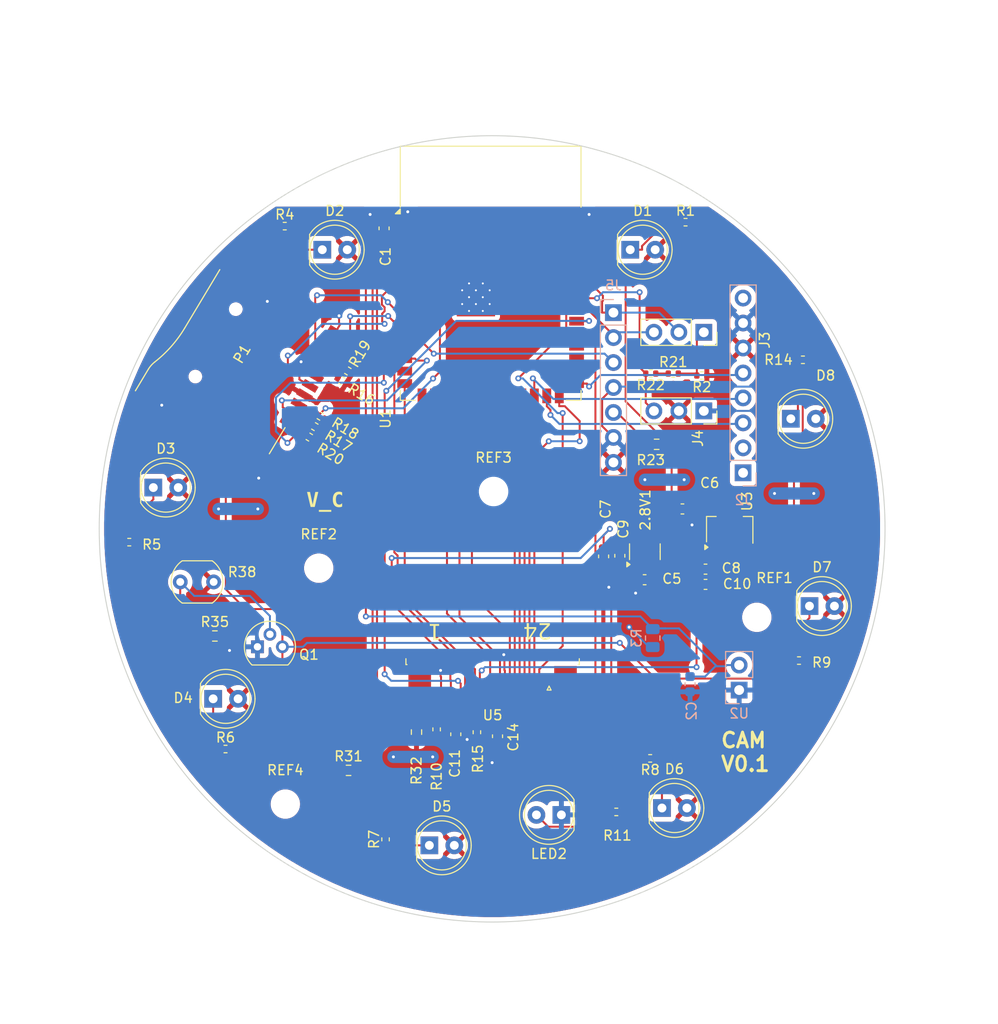
<source format=kicad_pcb>
(kicad_pcb (version 20241229) (generator "pcbnew") (generator_version "9.0")
  (layers (0 "F.Cu" signal) (2 "B.Cu" signal) (13 "F.Paste" user) (15 "B.Paste" user) (5 "F.SilkS" user "F.Silkscreen") (7 "B.SilkS" user "B.Silkscreen") (1 "F.Mask" user) (3 "B.Mask" user) (25 "Edge.Cuts" user))
  (net 0 "")
  (net 1 "GND")
  (net 2 "Net-(U3-VI)")
  (net 3 "CSI_1.2V")
  (net 4 "CSI_2.8V")
  (net 5 "+3V3")
  (net 6 "ESP_RST")
  (net 7 "CAM_RST")
  (net 8 "Net-(D1-K)")
  (net 9 "Net-(D2-K)")
  (net 10 "Net-(D3-K)")
  (net 11 "Net-(D4-K)")
  (net 12 "Net-(D5-K)")
  (net 13 "Net-(D6-K)")
  (net 14 "Net-(D7-K)")
  (net 15 "Net-(D8-K)")
  (net 16 "unconnected-(P1-CD-Pad9)")
  (net 17 "HS2_CLK")
  (net 18 "HS2_DATA2")
  (net 19 "HS2_DATA1")
  (net 20 "HS2_DATA3")
  (net 21 "HS2_DATA0")
  (net 22 "HS2_CMD")
  (net 23 "U0TXD")
  (net 24 "IO47")
  (net 25 "IO0")
  (net 26 "IO48")
  (net 27 "U0RXD")
  (net 29 "Net-(LED2-A)")
  (net 30 "Net-(J3-Pin_1)")
  (net 31 "Net-(J5-Pin_5)")
  (net 32 "MIC_SD")
  (net 33 "Net-(R21-Pad1)")
  (net 34 "MIC_WS")
  (net 35 "MIC_SCK")
  (net 36 "Net-(Q1-C)")
  (net 37 "Net-(Q1-B)")
  (net 38 "IO1")
  (net 39 "Net-(U5-PWDN)")
  (net 40 "CAM_SCK")
  (net 41 "CAM_SDA")
  (net 42 "IO37")
  (net 43 "TXD")
  (net 44 "SPK_DAT")
  (net 45 "IO46")
  (net 46 "CAM_MCLK")
  (net 47 "IO3")
  (net 48 "CAM_D2")
  (net 49 "CAM_PCLK")
  (net 50 "CAM_HREF")
  (net 51 "RXD")
  (net 52 "CAM_D5")
  (net 53 "CAM_D3")
  (net 54 "IO36")
  (net 55 "CAM_VSYNC")
  (net 56 "CAM_D6")
  (net 57 "IO35")
  (net 58 "CAM_D7")
  (net 59 "CAM_D9")
  (net 60 "CAM_D8")
  (net 61 "CAM_D4")
  (footprint "Capacitor_SMD:C_0603_1608Metric" (layer "F.Cu") (at 161 103 90)
    (property "Reference" "C7")
    (property "Value" "10uF")
  )
  (footprint "Connector_FFC-FPC:TE_2-1734839-4_1x24-1MP_P0.5mm_Horizontal" (layer "F.Cu") (at 149.7 116.05 180)
    (property "Reference" "U5")
    (property "Value" "TE_2-1734839-4_1x24-1MP_P0.5mm_Horizontal")
  )
  (footprint "LED_THT:LED_D5.0mm_IRGrey" (layer "F.Cu") (at 115.16 96)
    (property "Reference" "D3")
    (property "Value" "LED")
  )
  (footprint "Capacitor_SMD:C_0603_1608Metric" (layer "F.Cu") (at 169.025 98.175 180)
    (property "Reference" "C6")
    (property "Value" "10uF")
  )
  (footprint "Package_TO_SOT_SMD:SOT-89-3" (layer "F.Cu") (at 173.8375 100.3 90)
    (property "Reference" "U3")
    (property "Value" "AMS1117-1.5")
  )
  (footprint "LED_THT:LED_D5.0mm_IRGrey" (layer "F.Cu") (at 132.36 71.8)
    (property "Reference" "D2")
    (property "Value" "LED")
  )
  (footprint "LED_THT:LED_D5.0mm_IRGrey" (layer "F.Cu") (at 121.25 117.49)
    (property "Reference" "D4")
    (property "Value" "LED")
  )
  (footprint "Resistor_SMD:R_0603_1608Metric" (layer "F.Cu") (at 121.425 111.1)
    (property "Reference" "R35")
    (property "Value" "20k")
  )
  (footprint "Capacitor_SMD:C_0603_1608Metric" (layer "F.Cu") (at 165.175 105.375)
    (property "Reference" "C5")
    (property "Value" "10uF")
  )
  (footprint "Resistor_SMD:R_0402_1005Metric" (layer "F.Cu") (at 128.54 69.4)
    (property "Reference" "R4")
    (property "Value" "100")
  )
  (footprint "Resistor_SMD:R_0603_1608Metric" (layer "F.Cu") (at 166.4 91.6)
    (property "Reference" "R23")
    (property "Value" "633k")
  )
  (footprint "MountingHole:MountingHole_2.5mm" (layer "F.Cu") (at 132 104.2)
    (property "Reference" "REF2")
    (property "Value" "MountingHole_2.5mm")
  )
  (footprint "Capacitor_SMD:C_0603_1608Metric" (layer "F.Cu") (at 171.375 104.3)
    (property "Reference" "C8")
    (property "Value" "10uF")
  )
  (footprint "MountingHole:MountingHole_2.5mm" (layer "F.Cu") (at 176.6 109.2)
    (property "Reference" "REF1")
    (property "Value" "MountingHole_2.5mm")
  )
  (footprint "Package_TO_SOT_THT:TO-92" (layer "F.Cu") (at 125.76 112.2)
    (property "Reference" "Q1")
    (property "Value" "2N2219")
  )
  (footprint "Package_TO_SOT_SMD:SOT-23-3" (layer "F.Cu") (at 165.2 102.525 90)
    (property "Reference" "2.8V1")
    (property "Value" "XC6206P282MR")
  )
  (footprint "OptoDevice:R_LDR_5.1x4.3mm_P3.4mm_Vertical" (layer "F.Cu") (at 121.3 105.6 180)
    (property "Reference" "R38")
    (property "Value" "LDR03")
  )
  (footprint "Resistor_SMD:R_0603_1608Metric" (layer "F.Cu") (at 135.035 124.77)
    (property "Reference" "R31")
    (property "Value" "2k")
  )
  (footprint "LED_THT:LED_D5.0mm_IRGrey" (layer "F.Cu") (at 143.26 132.4)
    (property "Reference" "D5")
    (property "Value" "LED")
  )
  (footprint "Resistor_SMD:R_0402_1005Metric" (layer "F.Cu") (at 134.9628 84.1373 149)
    (property "Reference" "R19")
    (property "Value" "47K")
  )
  (footprint "Resistor_SMD:R_0402_1005Metric" (layer "F.Cu") (at 165.74 123.55 180)
    (property "Reference" "R8")
    (property "Value" "100")
  )
  (footprint "LED_THT:LED_D5.0mm" (layer "F.Cu") (at 156.7 129.3 180)
    (property "Reference" "LED2")
    (property "Value" "OSY50402C1C")
  )
  (footprint "Resistor_SMD:R_0402_1005Metric" (layer "F.Cu") (at 122.51 122.6)
    (property "Reference" "R6")
    (property "Value" "100")
  )
  (footprint "Resistor_SMD:R_0402_1005Metric" (layer "F.Cu") (at 112.71 101.55)
    (property "Reference" "R5")
    (property "Value" "100")
  )
  (footprint "Resistor_SMD:R_0402_1005Metric" (layer "F.Cu") (at 138.8 131.79 90)
    (property "Reference" "R7")
    (property "Value" "100")
  )
  (footprint "LED_THT:LED_D5.0mm_IRGrey" (layer "F.Cu") (at 166.94 128.6)
    (property "Reference" "D6")
    (property "Value" "LED")
  )
  (footprint "Resistor_SMD:R_0402_1005Metric" (layer "F.Cu") (at 165.8 84.4 180)
    (property "Reference" "R22")
    (property "Value" "100k")
  )
  (footprint "LED_THT:LED_D5.0mm_IRGrey" (layer "F.Cu") (at 181.9577 108.056)
    (property "Reference" "D7")
    (property "Value" "LED")
  )
  (footprint "LED_THT:LED_D5.0mm_IRGrey" (layer "F.Cu") (at 163.71 71.8)
    (property "Reference" "D1")
    (property "Value" "LED")
  )
  (footprint "Resistor_SMD:R_0603_1608Metric" (layer "F.Cu") (at 141.95 120.875 -90)
    (property "Reference" "R32")
    (property "Value" "2k")
  )
  (footprint "Resistor_SMD:R_0402_1005Metric" (layer "F.Cu") (at 148.1 120.89 -90)
    (property "Reference" "R15")
    (property "Value" "1K")
  )
  (footprint "Connector_PinSocket_2.54mm:PinSocket_1x03_P2.54mm_Vertical" (layer "F.Cu") (at 171.2 88.2 -90)
    (property "Reference" "J4")
    (property "Value" "Conn_01x03")
  )
  (footprint "Capacitor_SMD:C_0603_1608Metric" (layer "F.Cu") (at 150.2 121.3 -90)
    (property "Reference" "C14")
    (property "Value" "100pF")
  )
  (footprint "LED_THT:LED_D5.0mm_IRGrey" (layer "F.Cu") (at 180.06 89)
    (property "Reference" "D8")
    (property "Value" "LED")
  )
  (footprint "Capacitor_SMD:C_0603_1608Metric" (layer "F.Cu") (at 162.65 102.9375 90)
    (property "Reference" "C9")
    (property "Value" "100pF")
  )
  (footprint "Resistor_SMD:R_0402_1005Metric" (layer "F.Cu") (at 131.6 89.8 149)
    (property "Reference" "R17")
    (property "Value" "47K")
  )
  (footprint "Resistor_SMD:R_0402_1005Metric" (layer "F.Cu") (at 169.34 69)
    (property "Reference" "R1")
    (property "Value" "100")
  )
  (footprint "Capacitor_SMD:C_0603_1608Metric" (layer "F.Cu") (at 145.95 121.1 90)
    (property "Reference" "C11")
    (property "Value" "100pF")
  )
  (footprint "Connector_PinSocket_2.54mm:PinSocket_1x03_P2.54mm_Vertical" (layer "F.Cu") (at 171.2 80.2 -90)
    (property "Reference" "J3")
    (property "Value" "Conn_01x03")
  )
  (footprint "MountingHole:MountingHole_2.5mm" (layer "F.Cu") (at 149.8 96.4)
    (property "Reference" "REF3")
    (property "Value" "MountingHole_2.5mm")
  )
  (footprint "Resistor_SMD:R_0402_1005Metric" (layer "F.Cu") (at 168.09 84.4)
    (property "Reference" "R21")
    (property "Value" "0")
  )
  (footprint "Resistor_SMD:R_0402_1005Metric" (layer "F.Cu") (at 132.1628 88.7373 149)
    (property "Reference" "R18")
    (property "Value" "47K")
  )
  (footprint "Capacitor_SMD:C_0603_1608Metric" (layer "F.Cu") (at 171.375 105.85)
    (property "Reference" "C10")
    (property "Value" "100pF")
  )
  (footprint "Capacitor_SMD:C_0603_1608Metric" (layer "F.Cu") (at 138.65 69.625 -90)
    (property "Reference" "C1")
    (property "Value" "100pF")
  )
  (footprint "Resistor_SMD:R_0402_1005Metric" (layer "F.Cu") (at 181.29 83)
    (property "Reference" "R14")
    (property "Value" "100")
  )
  (footprint "Resistor_SMD:R_0402_1005Metric" (layer "F.Cu") (at 134.3628 85.1373 149)
    (property "Reference" "R16")
    (property "Value" "47K")
  )
  (footprint "ST-TF-003A:SUNTECH_ST-TF-003A" (layer "F.Cu") (at 126.0935 83.6664 -121)
    (property "Reference" "P1")
    (property "Value" "ST-TF-003A")
  )
  (footprint "MountingHole:MountingHole_2.5mm" (layer "F.Cu") (at 128.6 128.2)
    (property "Reference" "REF4")
    (property "Value" "MountingHole_2.5mm")
  )
  (footprint "Resistor_SMD:R_0402_1005Metric" (layer "F.Cu") (at 180.89 113.6 180)
    (property "Reference" "R9")
    (property "Value" "100")
  )
  (footprint "Resistor_SMD:R_0402_1005Metric" (layer "F.Cu") (at 131.0372 90.8627 149)
    (property "Reference" "R20")
    (property "Value" "NC")
  )
  (footprint "Resistor_SMD:R_0402_1005Metric" (layer "F.Cu") (at 144 120.6 90)
    (property "Reference" "R10")
    (property "Value" "4.7K")
  )
  (footprint "RF_Module:ESP32-S3-WROOM-1" (layer "F.Cu") (at 149.5 74.17)
    (property "Reference" "U1")
    (property "Value" "ESP32-S3-WROOM-1")
  )
  (footprint "Resistor_SMD:R_0402_1005Metric" (layer "F.Cu") (at 171 84.6 180)
    (property "Reference" "R2")
    (property "Value" "0")
  )
  (footprint "Resistor_SMD:R_0402_1005Metric" (layer "F.Cu") (at 162.29 129)
    (property "Reference" "R11")
    (property "Value" "200")
  )
  (footprint "Connector_PinSocket_2.54mm:PinSocket_1x07_P2.54mm_Vertical" (layer "B.Cu") (at 162 78.2 180)
    (property "Reference" "J5")
    (property "Value" "Conn_01x07")
  )
  (footprint "Resistor_SMD:R_0805_2012Metric" (layer "B.Cu") (at 166 111.3125 -90)
    (property "Reference" "R3")
    (property "Value" "10K")
  )
  (footprint "Connector_PinSocket_2.54mm:PinSocket_1x08_P2.54mm_Vertical" (layer "B.Cu") (at 175.2 94.5)
    (property "Reference" "J2")
    (property "Value" "Header2.54mm 1*8P")
  )
  (footprint "Connector_PinHeader_2.54mm:PinHeader_1x02_P2.54mm_Vertical" (layer "B.Cu") (at 174.8 116.6)
    (property "Reference" "U2")
    (property "Value" "Key")
  )
  (footprint "Capacitor_SMD:C_0603_1608Metric" (layer "B.Cu") (at 169.8 116 90)
    (property "Reference" "C2")
    (property "Value" "SMD CAP 0.1uF")
  )
  (gr_circle (center 149.65 100.2) (end 189.65 100.2) (stroke (width 0.1)) (fill no) (layer "Edge.Cuts"))
  (gr_text "CAM\nV0.1" (at 172.8 125 0) (layer "F.SilkS") (effects (font (size 1.5 1.5) (thickness 0.3) (bold yes)) (justify left bottom)))
  (gr_text "V_C" (at 130.749264 98.228831 0) (layer "F.SilkS") (effects (font (size 1.5 1.5) (thickness 0.3) (bold yes)) (justify left bottom)))
  (segment (start 150.902 114.568) (end 150.902 113.066) (width 0.2) (layer "F.Cu") (net 1))
  (segment (start 150.2 123.437) (end 150.2 122.075) (width 0.2) (layer "F.Cu") (net 1))
  (segment (start 134.194 79.3683) (end 134.068 79.2419) (width 0.2) (layer "F.Cu") (net 1))
  (segment (start 150.902 113.066) (end 150.836 113) (width 0.2) (layer "F.Cu") (net 1))
  (segment (start 164.258 105.517) (end 164.4 105.375) (width 0.2) (layer "F.Cu") (net 1))
  (segment (start 115.892 88.1765) (end 116.017 88.0515) (width 0.2) (layer "F.Cu") (net 1))
  (segment (start 170.712 102.25) (end 170.425 102.538) (width 0.2) (layer "F.Cu") (net 1))
  (segment (start 162.6505 103.712) (end 162.65 103.7125) (width 0.2) (layer "F.Cu") (net 1))
  (segment (start 134.068 79.2419) (end 134.068 78.5195) (width 0.2) (layer "F.Cu") (net 1))
  (segment (start 141.802 68.2508) (end 141.491 67.94) (width 0.2) (layer "F.Cu") (net 1))
  (segment (start 160.849 89.749) (end 160.849 86.971) (width 0.2) (layer "F.Cu") (net 1))
  (segment (start 147.873 121.627) (end 147.103 121.627) (width 0.2) (layer "F.Cu") (net 1))
  (segment (start 131.682 84.7144) (end 130.2 83.2324) (width 0.2) (layer "F.Cu") (net 1))
  (segment (start 140.75 68.91) (end 141.802 68.91) (width 0.2) (layer "F.Cu") (net 1))
  (segment (start 160.849 86.971) (end 162 85.82) (width 0.2) (layer "F.Cu") (net 1))
  (segment (start 164.25 103.662) (end 164.25 103.6625) (width 0.2) (layer "F.Cu") (net 1))
  (segment (start 141.491 67.94) (end 141.062 67.94) (width 0.2) (layer "F.Cu") (net 1))
  (segment (start 164.25 103.712) (end 163.05 103.712) (width 0.2) (layer "F.Cu") (net 1))
  (segment (start 159.302 68.91) (end 158.25 68.91) (width 0.2) (layer "F.Cu") (net 1))
  (segment (start 144.45 115.2495) (end 144.45 117.4) (width 0.2) (layer "F.Cu") (net 1))
  (segment (start 150.902 114.568) (end 150.95 114.616) (width 0.2) (layer "F.Cu") (net 1))
  (segment (start 125.594 94.746) (end 125.886 95.0377) (width 0.2) (layer "F.Cu") (net 1))
  (segment (start 126.764 76.4658) (end 126.764 77.0579) (width 0.2) (layer "F.Cu") (net 1))
  (segment (start 162 90.9) (end 160.849 89.749) (width 0.2) (layer "F.Cu") (net 1))
  (segment (start 117.308 89.027) (end 115.892 88.1765) (width 0.2) (layer "F.Cu") (net 1))
  (segment (start 170.6 104.3) (end 170.425 104.125) (width 0.2) (layer "F.Cu") (net 1))
  (segment (start 161 105.608) (end 161 103.775) (width 0.2) (layer "F.Cu") (net 1))
  (segment (start 122.915 112.571) (end 122.25 111.906) (width 0.2) (layer "F.Cu") (net 1))
  (segment (start 144.402 115.2015) (end 144.402 114.602) (width 0.2) (layer "F.Cu") (net 1))
  (segment (start 130.2 83.2324) (end 130.2 83.2) (width 0.2) (layer "F.Cu") (net 1))
  (segment (start 164.4 103.862) (end 164.4 105.375) (width 0.2) (layer "F.Cu") (net 1))
  (segment (start 170.425 104.125) (end 170.425 102.538) (width 0.2) (layer "F.Cu") (net 1))
  (segment (start 126.81 76.42) (end 126.764 76.4658) (width 0.2) (layer "F.Cu") (net 1))
  (segment (start 141.802 68.91) (end 141.802 68.2508) (width 0.2) (layer "F.Cu") (net 1))
  (segment (start 163.05 103.712) (end 162.65 103.712) (width 0.2) (layer "F.Cu") (net 1))
  (segment (start 170.425 102.538) (end 170.425 100.225) (width 0.2) (layer "F.Cu") (net 1))
  (segment (start 164.25 103.6625) (end 164.25 103.712) (width 0.2) (layer "F.Cu") (net 1))
  (segment (start 172.3375 102.25) (end 170.712 102.25) (width 0.2) (layer "F.Cu") (net 1))
  (segment (start 125.99 75.5695) (end 125.394 75.5695) (width 0.2) (layer "F.Cu") (net 1))
  (segment (start 144.402 114.602) (end 144.4 114.6) (width 0.2) (layer "F.Cu") (net 1))
  (segment (start 148 77.33) (end 148 76.63) (width 0.2) (layer "F.Cu") (net 1))
  (segment (start 161.532 106.14) (end 161 105.608) (width 0.2) (layer "F.Cu") (net 1))
  (segment (start 126.049 75.6288) (end 125.99 75.5695) (width 0.2) (layer "F.Cu") (net 1))
  (segment (start 164.258 106.738) (end 164.258 105.517) (width 0.2) (layer "F.Cu") (net 1))
  (segment (start 126 93.1999) (end 125.252 94.4442) (width 0.2) (layer "F.Cu") (net 1))
  (segment (start 170.425 100.225) (end 170 99.8) (width 0.2) (layer "F.Cu") (net 1))
  (segment (start 138.014 68.2145) (end 138.65 68.85) (width 0.2) (layer "F.Cu") (net 1))
  (segment (start 126.049 76.1215) (end 126.049 75.6288) (width 0.2) (layer "F.Cu") (net 1))
  (segment (start 163.05 103.712) (end 162.6505 103.712) (width 0.2) (layer "F.Cu") (net 1))
  (segment (start 148.1 121.4) (end 147.873 121.627) (width 0.2) (layer "F.Cu") (net 1))
  (segment (start 150.95 114.616) (end 150.95 117.4) (width 0.2) (layer "F.Cu") (net 1))
  (segment (start 159.523 68.2145) (end 159.302 68.4361) (width 0.2) (layer "F.Cu") (net 1))
  (segment (start 172.338 102.25) (end 172.3375 102.25) (width 0.2) (layer "F.Cu") (net 1))
  (segment (start 125.252 94.4442) (end 125.554 94.746) (width 0.2) (layer "F.Cu") (net 1))
  (segment (start 146.198 121.627) (end 145.95 121.875) (width 0.2) (layer "F.Cu") (net 1))
  (segment (start 147.103 121.627) (end 146.198 121.627) (width 0.2) (layer "F.Cu") (net 1))
  (segment (start 116.017 88.0515) (end 116.017 87.6166) (width 0.2) (layer "F.Cu") (net 1))
  (segment (start 137.228 68.2145) (end 138.014 68.2145) (width 0.2) (layer "F.Cu") (net 1))
  (segment (start 133.537 80.4624) (end 134.194 79.3683) (width 0.2) (layer "F.Cu") (net 1))
  (segment (start 159.302 68.4361) (end 159.302 68.91) (width 0.2) (layer "F.Cu") (net 1))
  (segment (start 144.402 115.2015) (end 144.45 115.2495) (width 0.2) (layer "F.Cu") (net 1))
  (segment (start 125.394 75.5695) (end 126.81 76.42) (width 0.2) (layer "F.Cu") (net 1))
  (segment (start 122.25 111.906) (end 122.25 111.1) (width 0.2) (layer "F.Cu") (net 1))
  (segment (start 149.65 123.987) (end 150.2 123.437) (width 0.2) (layer "F.Cu") (net 1))
  (segment (start 125.554 94.746) (end 125.594 94.746) (width 0.2) (layer "F.Cu") (net 1))
  (segment (start 170.6 105.85) (end 170.6 104.3) (width 0.2) (layer "F.Cu") (net 1))
  (segment (start 164.25 103.712) (end 164.4 103.862) (width 0.2) (layer "F.Cu") (net 1))
  (via (at 134.068 78.5195) (size 0.6) (drill 0.3) (layers "F.Cu" "B.Cu") (net 1))
  (via (at 122.915 112.571) (size 0.6) (drill 0.3) (layers "F.Cu" "B.Cu") (net 1))
  (via (at 164.258 106.738) (size 0.6) (drill 0.3) (layers "F.Cu" "B.Cu") (net 1))
  (via (at 149.65 123.987) (size 0.6) (drill 0.3) (layers "F.Cu" "B.Cu") (net 1))
  (via (at 147.103 121.627) (size 0.6) (drill 0.3) (layers "F.Cu" "B.Cu") (net 1))
  (via (at 161.532 106.14) (size 0.6) (drill 0.3) (layers "F.Cu" "B.Cu") (net 1))
  (via (at 126.764 77.0579) (size 0.6) (drill 0.3) (layers "F.Cu" "B.Cu") (net 1))
  (via (at 137.228 68.2145) (size 0.6) (drill 0.3) (layers "F.Cu" "B.Cu") (net 1))
  (via (at 125.886 95.0377) (size 0.6) (drill 0.3) (layers "F.Cu" "B.Cu") (net 1))
  (via (at 170 99.8) (size 0.6) (drill 0.3) (layers "F.Cu" "B.Cu") (net 1))
  (via (at 116.017 87.6166) (size 0.6) (drill 0.3) (layers "F.Cu" "B.Cu") (net 1))
  (via (at 130.2 83.2) (size 0.6) (drill 0.3) (layers "F.Cu" "B.Cu") (net 1))
  (via (at 141.062 67.94) (size 0.6) (drill 0.3) (layers "F.Cu" "B.Cu") (net 1))
  (via (at 150.836 113) (size 0.6) (drill 0.3) (layers "F.Cu" "B.Cu") (net 1))
  (via (at 144.4 114.6) (size 0.6) (drill 0.3) (layers "F.Cu" "B.Cu") (net 1))
  (via (at 159.523 68.2145) (size 0.6) (drill 0.3) (layers "F.Cu" "B.Cu") (net 1))
  (segment (start 171.2 88.2) (end 177.4 88.2) (width 0.2) (layer "B.Cu") (net 1))
  (segment (start 125.76 112.2) (end 123.286 112.2) (width 0.2) (layer "B.Cu") (net 1))
  (segment (start 176.529 85.729) (end 176.6 85.8) (width 0.2) (layer "B.Cu") (net 1))
  (segment (start 123.286 112.2) (end 122.915 112.571) (width 0.2) (layer "B.Cu") (net 1))
  (segment (start 177.4 88.2) (end 177.6 88) (width 0.2) (layer "B.Cu") (net 1))
  (segment (start 162.091 85.729) (end 176.529 85.729) (width 0.2) (layer "B.Cu") (net 1))
  (segment (start 162 85.82) (end 162.091 85.729) (width 0.2) (layer "B.Cu") (net 1))
  (segment (start 175.338 98.5007) (end 174.831 97.994) (width 0.2) (layer "F.Cu") (net 2))
  (segment (start 175.338 100.375) (end 175.338 101.3125) (width 0.2) (layer "F.Cu") (net 2))
  (segment (start 175.3375 101.313) (end 175.3375 102.25) (width 0.2) (layer "F.Cu") (net 2))
  (segment (start 175.338 101.3125) (end 175.3375 101.313) (width 0.2) (layer "F.Cu") (net 2))
  (segment (start 175.338 101.3125) (end 175.338 100.375) (width 0.2) (layer "F.Cu") (net 2))
  (segment (start 169.981 97.994) (end 169.8 98.175) (width 0.2) (layer "F.Cu") (net 2))
  (segment (start 174.831 97.994) (end 169.981 97.994) (width 0.2) (layer "F.Cu") (net 2))
  (segment (start 175.338 100.375) (end 175.338 98.5007) (width 0.2) (layer "F.Cu") (net 2))
  (segment (start 173.8375 102.1625) (end 172.15 103.85) (width 0.2) (layer "F.Cu") (net 3))
  (segment (start 170.46 114.271) (end 170.46 107.54) (width 0.2) (layer "F.Cu") (net 3))
  (segment (start 172.15 105.85) (end 172.15 104.3) (width 0.2) (layer "F.Cu") (net 3))
  (segment (start 173.838 102.162) (end 173.8375 102.1625) (width 0.2) (layer "F.Cu") (net 3))
  (segment (start 148.45 116.123) (end 148.4 116.073) (width 0.2) (layer "F.Cu") (net 3))
  (segment (start 148.4 114.796) (end 148.592 114.604) (width 0.2) (layer "F.Cu") (net 3))
  (segment (start 170.46 107.54) (end 172.15 105.85) (width 0.2) (layer "F.Cu") (net 3))
  (segment (start 148.45 117.4) (end 148.45 116.123) (width 0.2) (layer "F.Cu") (net 3))
  (segment (start 148.4 116.073) (end 148.4 114.796) (width 0.2) (layer "F.Cu") (net 3))
  (segment (start 172.15 103.85) (end 172.15 104.3) (width 0.2) (layer "F.Cu") (net 3))
  (via (at 148.592 114.604) (size 0.6) (drill 0.3) (layers "F.Cu" "B.Cu") (net 3))
  (via (at 170.46 114.271) (size 0.6) (drill 0.3) (layers "F.Cu" "B.Cu") (net 3))
  (segment (start 148.592 114.604) (end 148.925 114.271) (width 0.2) (layer "B.Cu") (net 3))
  (segment (start 148.925 114.271) (end 170.46 114.271) (width 0.2) (layer "B.Cu") (net 3))
  (segment (start 145.4 115.546) (end 145.4 113.741) (width 0.2) (layer "F.Cu") (net 4))
  (segment (start 145.45 117.4) (end 145.45 115.596) (width 0.2) (layer "F.Cu") (net 4))
  (segment (start 164.3125 101.388) (end 163.425 101.388) (width 0.2) (layer "F.Cu") (net 4))
  (segment (start 145.45 115.596) (end 145.4 115.546) (width 0.2) (layer "F.Cu") (net 4))
  (segment (start 161.642 100.199) (end 161 100.841) (width 0.2) (layer "F.Cu") (net 4))
  (segment (start 165.2 101.388) (end 164.3125 101.388) (width 0.2) (layer "F.Cu") (net 4))
  (segment (start 165.1995 101.388) (end 165.2 101.3875) (width 0.2) (layer "F.Cu") (net 4))
  (segment (start 139.426 107.767) (end 139.426 103.17) (width 0.2) (layer "F.Cu") (net 4))
  (segment (start 163.425 101.388) (end 162.65 102.162) (width 0.2) (layer "F.Cu") (net 4))
  (segment (start 162.588 102.225) (end 161 102.225) (width 0.2) (layer "F.Cu") (net 4))
  (segment (start 161 100.841) (end 161 102.225) (width 0.2) (layer "F.Cu") (net 4))
  (segment (start 162.65 102.1625) (end 162.65 102.162) (width 0.2) (layer "F.Cu") (net 4))
  (segment (start 164.3125 101.388) (end 165.1995 101.388) (width 0.2) (layer "F.Cu") (net 4))
  (segment (start 162.65 102.162) (end 162.588 102.225) (width 0.2) (layer "F.Cu") (net 4))
  (segment (start 145.4 113.741) (end 139.426 107.767) (width 0.2) (layer "F.Cu") (net 4))
  (via (at 139.426 103.17) (size 0.6) (drill 0.3) (layers "F.Cu" "B.Cu") (net 4))
  (via (at 161.642 100.199) (size 0.6) (drill 0.3) (layers "F.Cu" "B.Cu") (net 4))
  (segment (start 158.671 103.17) (end 161.642 100.199) (width 0.2) (layer "B.Cu") (net 4))
  (segment (start 139.426 103.17) (end 158.671 103.17) (width 0.2) (layer "B.Cu") (net 4))
  (segment (start 131.132 87.1831) (end 133.017 87.1831) (width 0.2) (layer "F.Cu") (net 5))
  (segment (start 129.954 86.1212) (end 130.026 86.0489) (width 0.2) (layer "F.Cu") (net 5))
  (segment (start 168.25 98.175) (end 168.25 97.75) (width 0.2) (layer "F.Cu") (net 5))
  (segment (start 148.9 118.302) (end 149.798 119.2) (width 0.2) (layer "F.Cu") (net 5))
  (segment (start 141.95 121.7) (end 140.7 121.7) (width 0.2) (layer "F.Cu") (net 5))
  (segment (start 133.017 87.1831) (end 134.8 85.4) (width 0.2) (layer "F.Cu") (net 5))
  (segment (start 167.225 91.6) (end 167.225 91.975) (width 0.2) (layer "F.Cu") (net 5))
  (segment (start 130.923 86.7747) (end 129.954 86.1212) (width 0.2) (layer "F.Cu") (net 5))
  (segment (start 168.25 97.75) (end 169 97) (width 0.2) (layer "F.Cu") (net 5))
  (segment (start 148.9 117.35) (end 148.9 118.302) (width 0.2) (layer "F.Cu") (net 5))
  (segment (start 130.549 86.6001) (end 131.132 87.1831) (width 0.2) (layer "F.Cu") (net 5))
  (segment (start 149.798 119.2) (end 150.6 119.2) (width 0.2) (layer "F.Cu") (net 5))
  (segment (start 140.7 121.7) (end 140.2 122.2) (width 0.2) (layer "F.Cu") (net 5))
  (segment (start 167.225 91.975) (end 166.2 93) (width 0.2) (layer "F.Cu") (net 5))
  (via (at 182.4 96.6) (size 0.6) (drill 0.3) (layers "F.Cu" "B.Cu") (net 5))
  (via (at 139.6 123.4) (size 0.6) (drill 0.3) (layers "F.Cu" "B.Cu") (net 5))
  (via (at 165.2 95.2) (size 0.6) (drill 0.3) (layers "F.Cu" "B.Cu") (net 5))
  (via (at 125.8 98.175) (size 0.6) (drill 0.3) (layers "F.Cu" "B.Cu") (net 5))
  (via (at 163.6 110.2) (size 0.6) (drill 0.3) (layers "F.Cu" "B.Cu") (net 5))
  (via (at 178.4 96.6) (size 0.6) (drill 0.3) (layers "F.Cu" "B.Cu") (net 5))
  (via (at 169.2 95.2) (size 0.6) (drill 0.3) (layers "F.Cu" "B.Cu") (net 5))
  (via (at 121.8 98.175) (size 0.6) (drill 0.3) (layers "F.Cu" "B.Cu") (net 5))
  (via (at 143.6 123.4) (size 0.6) (drill 0.3) (layers "F.Cu" "B.Cu") (net 5))
  (segment (start 165.2 95.2) (end 169.2 95.2) (width 1.243) (layer "B.Cu") (net 5))
  (segment (start 139.6 123.4) (end 143.6 123.4) (width 1.243) (layer "B.Cu") (net 5))
  (segment (start 178.4 96.6) (end 182.4 96.6) (width 1.243) (layer "B.Cu") (net 5))
  (segment (start 166 112.225) (end 165.625 112.225) (width 0.2) (layer "B.Cu") (net 5))
  (segment (start 165.625 112.225) (end 163.6 110.2) (width 0.2) (layer "B.Cu") (net 5))
  (segment (start 121.8 98.175) (end 125.8 98.175) (width 1.243) (layer "B.Cu") (net 5))
  (segment (start 136.796 109.111) (end 136.796 74.3527) (width 0.2) (layer "F.Cu") (net 6))
  (segment (start 136.796 74.3527) (end 139.698 71.45) (width 0.2) (layer "F.Cu") (net 6))
  (segment (start 139.698 71.45) (end 140.75 71.45) (width 0.2) (layer "F.Cu") (net 6))
  (via (at 136.796 109.111) (size 0.6) (drill 0.3) (layers "F.Cu" "B.Cu") (net 6))
  (segment (start 172.38 114.18) (end 173.42 114.18) (width 0.2) (layer "B.Cu") (net 6))
  (segment (start 167.308 110.325) (end 165.95 110.325) (width 0.2) (layer "B.Cu") (net 6))
  (segment (start 167.308 110.325) (end 166.075 110.325) (width 0.2) (layer "B.Cu") (net 6))
  (segment (start 165.95 110.325) (end 164.736 109.111) (width 0.2) (layer "B.Cu") (net 6))
  (segment (start 171.335 115.225) (end 169.8 115.225) (width 0.2) (layer "B.Cu") (net 6))
  (segment (start 168.665 110.325) (end 167.308 110.325) (width 0.2) (layer "B.Cu") (net 6))
  (segment (start 172.38 114.18) (end 172.45 114.11) (width 0.2) (layer "B.Cu") (net 6))
  (segment (start 172.38 114.18) (end 171.335 115.225) (width 0.2) (layer "B.Cu") (net 6))
  (segment (start 173.42 114.18) (end 173.54 114.06) (width 0.2) (layer "B.Cu") (net 6))
  (segment (start 172.45 114.11) (end 168.665 110.325) (width 0.2) (layer "B.Cu") (net 6))
  (segment (start 166.075 110.325) (end 166 110.4) (width 0.2) (layer "B.Cu") (net 6))
  (segment (start 164.736 109.111) (end 136.796 109.111) (width 0.2) (layer "B.Cu") (net 6))
  (segment (start 173.54 114.06) (end 174.8 114.06) (width 0.2) (layer "B.Cu") (net 6))
  (segment (start 146.45 117.4) (end 146.45 118.562) (width 0.2) (layer "F.Cu") (net 7))
  (segment (start 159.49 79.07) (end 159.517 79.0431) (width 0.2) (layer "F.Cu") (net 7))
  (segment (start 146.175 115.662) (end 146.45 115.937) (width 0.2) (layer "F.Cu") (net 7))
  (segment (start 145.95 120.325) (end 146.4 119.875) (width 0.2) (layer "F.Cu") (net 7))
  (segment (start 146.45 118.562) (end 146.4 118.612) (width 0.2) (layer "F.Cu") (net 7))
  (segment (start 158.25 79.07) (end 159.49 79.07) (width 0.2) (layer "F.Cu") (net 7))
  (segment (start 146.4 119.875) (end 146.4 118.612) (width 0.2) (layer "F.Cu") (net 7))
  (segment (start 144 120.09) (end 145.715 120.09) (width 0.2) (layer "F.Cu") (net 7))
  (segment (start 145.715 120.09) (end 145.95 120.325) (width 0.2) (layer "F.Cu") (net 7))
  (segment (start 138.876 86.1599) (end 138.71 86.3261) (width 0.2) (layer "F.Cu") (net 7))
  (segment (start 146.45 115.937) (end 146.45 117.4) (width 0.2) (layer "F.Cu") (net 7))
  (segment (start 138.71 86.3261) (end 138.71 114.983) (width 0.2) (layer "F.Cu") (net 7))
  (via (at 138.71 114.983) (size 0.6) (drill 0.3) (layers "F.Cu" "B.Cu") (net 7))
  (via (at 159.517 79.0431) (size 0.6) (drill 0.3) (layers "F.Cu" "B.Cu") (net 7))
  (via (at 146.175 115.662) (size 0.6) (drill 0.3) (layers "F.Cu" "B.Cu") (net 7))
  (via (at 138.876 86.1599) (size 0.6) (drill 0.3) (layers "F.Cu" "B.Cu") (net 7))
  (segment (start 159.517 79.0431) (end 145.993 79.0431) (width 0.2) (layer "B.Cu") (net 7))
  (segment (start 145.993 79.0431) (end 138.876 86.1599) (width 0.2) (layer "B.Cu") (net 7))
  (segment (start 138.71 114.983) (end 139.389 115.662) (width 0.2) (layer "B.Cu") (net 7))
  (segment (start 139.389 115.662) (end 146.175 115.662) (width 0.2) (layer "B.Cu") (net 7))
  (segment (start 164.912 71.8) (end 163.71 71.8) (width 0.2) (layer "F.Cu") (net 8))
  (segment (start 164.912 71.4245) (end 164.912 71.8) (width 0.2) (layer "F.Cu") (net 8))
  (segment (start 167.336 69) (end 164.912 71.4245) (width 0.2) (layer "F.Cu") (net 8))
  (segment (start 168.83 69) (end 167.336 69) (width 0.2) (layer "F.Cu") (net 8))
  (segment (start 130.43 71.8) (end 128.03 69.4) (width 0.2) (layer "F.Cu") (net 9))
  (segment (start 132.36 71.8) (end 130.43 71.8) (width 0.2) (layer "F.Cu") (net 9))
  (segment (start 112.2 100.162) (end 115.16 97.2017) (width 0.2) (layer "F.Cu") (net 10))
  (segment (start 112.2 101.55) (end 112.2 100.162) (width 0.2) (layer "F.Cu") (net 10))
  (segment (start 115.16 97.2017) (end 115.16 96) (width 0.2) (layer "F.Cu") (net 10))
  (segment (start 121.25 121.85) (end 122 122.6) (width 0.2) (layer "F.Cu") (net 11))
  (segment (start 121.25 117.49) (end 121.25 121.85) (width 0.2) (layer "F.Cu") (net 11))
  (segment (start 138.9 132.4) (end 138.8 132.3) (width 0.2) (layer "F.Cu") (net 12))
  (segment (start 143.26 132.4) (end 138.9 132.4) (width 0.2) (layer "F.Cu") (net 12))
  (segment (start 166.94 124.24) (end 166.25 123.55) (width 0.2) (layer "F.Cu") (net 13))
  (segment (start 166.94 128.6) (end 166.94 124.24) (width 0.2) (layer "F.Cu") (net 13))
  (segment (start 181.958 108.657) (end 181.958 108.356) (width 0.2) (layer "F.Cu") (net 14))
  (segment (start 181.958 109.258) (end 181.4 109.815) (width 0.2) (layer "F.Cu") (net 14))
  (segment (start 181.4 109.815) (end 181.4 113.6) (width 0.2) (layer "F.Cu") (net 14))
  (segment (start 181.958 108.657) (end 181.958 109.258) (width 0.2) (layer "F.Cu") (net 14))
  (segment (start 181.958 108.356) (end 181.958 108.056) (width 0.2) (layer "F.Cu") (net 14))
  (segment (start 181.958 108.356) (end 181.958 108.657) (width 0.2) (layer "F.Cu") (net 14))
  (segment (start 181.9577 108.056) (end 181.958 108.056) (width 0.2) (layer "F.Cu") (net 14))
  (segment (start 180.78 88.28) (end 180.06 89) (width 0.2) (layer "F.Cu") (net 15))
  (segment (start 180.78 83) (end 180.78 88.28) (width 0.2) (layer "F.Cu") (net 15))
  (segment (start 133.656 82.2583) (end 133.656 82.1604) (width 0.2) (layer "F.Cu") (net 16))
  (segment (start 133.699 82.3009) (end 133.656 82.2583) (width 0.2) (layer "F.Cu") (net 16))
  (segment (start 133.3819 81.8857) (end 133.565 82.0688) (width 0.2) (layer "F.Cu") (net 16))
  (segment (start 133.656 82.1604) (end 133.565 82.0688) (width 0.2) (layer "F.Cu") (net 16))
  (segment (start 133.656 82.1604) (end 133.748 82.252) (width 0.2) (layer "F.Cu") (net 16))
  (segment (start 133.3816 81.8857) (end 133.3819 81.8857) (width 0.2) (layer "F.Cu") (net 16))
  (segment (start 133.65 82.35) (end 133.699 82.3009) (width 0.2) (layer "F.Cu") (net 16))
  (segment (start 133.699 82.3009) (end 133.8 82.2) (width 0.2) (layer "F.Cu") (net 16))
  (segment (start 131.1154 85.6572) (end 131.115 85.6572) (width 0.2) (layer "F.Cu") (net 17))
  (segment (start 139.698 75.26) (end 138.427 76.5316) (width 0.2) (layer "F.Cu") (net 17))
  (segment (start 138.704 77.6636) (end 138.704 78.0559) (width 0.2) (layer "F.Cu") (net 17))
  (segment (start 130.574 85.3317) (end 130.032 85.0062) (width 0.2) (layer "F.Cu") (net 17))
  (segment (start 140.75 75.26) (end 139.698 75.26) (width 0.2) (layer "F.Cu") (net 17))
  (segment (start 128.854 83.3956) (end 128.854 82.5695) (width 0.2) (layer "F.Cu") (net 17))
  (segment (start 138.704 78.0559) (end 138.461 78.2988) (width 0.2) (layer "F.Cu") (net 17))
  (segment (start 138.461 78.2988) (end 138.461 79.1007) (width 0.2) (layer "F.Cu") (net 17))
  (segment (start 138.427 76.5316) (end 138.427 77.3866) (width 0.2) (layer "F.Cu") (net 17))
  (segment (start 138.427 77.3866) (end 138.704 77.6636) (width 0.2) (layer "F.Cu") (net 17))
  (segment (start 138.461 79.1007) (end 138.704 79.3436) (width 0.2) (layer "F.Cu") (net 17))
  (segment (start 131.115 85.6572) (end 130.574 85.3317) (width 0.2) (layer "F.Cu") (net 17))
  (segment (start 130.032 85.0062) (end 130.032 84.5737) (width 0.2) (layer "F.Cu") (net 17))
  (segment (start 130.79 85.3317) (end 131.115 85.6572) (width 0.2) (layer "F.Cu") (net 17))
  (segment (start 130.032 84.5737) (end 128.854 83.3956) (width 0.2) (layer "F.Cu") (net 17))
  (segment (start 130.574 85.3317) (end 130.79 85.3317) (width 0.2) (layer "F.Cu") (net 17))
  (via (at 128.854 82.5695) (size 0.6) (drill 0.3) (layers "F.Cu" "B.Cu") (net 17))
  (via (at 138.704 79.3436) (size 0.6) (drill 0.3) (layers "F.Cu" "B.Cu") (net 17))
  (segment (start 132.369 79.3436) (end 138.704 79.3436) (width 0.2) (layer "B.Cu") (net 17))
  (segment (start 131.712 80.0131) (end 129.156 82.5695) (width 0.2) (layer "B.Cu") (net 17))
  (segment (start 131.712 80.0131) (end 131.7 80.0131) (width 0.2) (layer "B.Cu") (net 17))
  (segment (start 131.7 80.013) (end 132.369 79.3436) (width 0.2) (layer "B.Cu") (net 17))
  (segment (start 131.7 80.0131) (end 131.7 80.013) (width 0.2) (layer "B.Cu") (net 17))
  (segment (start 129.156 82.5695) (end 128.854 82.5695) (width 0.2) (layer "B.Cu") (net 17))
  (segment (start 129.391 89.7543) (end 129.175 89.7543) (width 0.2) (layer "F.Cu") (net 18))
  (segment (start 129.933 90.0798) (end 129.933 90.337) (width 0.2) (layer "F.Cu") (net 18))
  (segment (start 129.175 89.7543) (end 128.8838 89.4635) (width 0.2) (layer "F.Cu") (net 18))
  (segment (start 128.813 91.4569) (end 129.933 90.337) (width 0.2) (layer "F.Cu") (net 18))
  (segment (start 129.391 89.7543) (end 129.933 90.0798) (width 0.2) (layer "F.Cu") (net 18))
  (segment (start 129.933 90.337) (end 130.337 90.337) (width 0.2) (layer "F.Cu") (net 18))
  (segment (start 128.8493 89.4288) (end 128.8493 89.429) (width 0.2) (layer "F.Cu") (net 18))
  (segment (start 139.698 81.61) (end 138.623 82.6857) (width 0.2) (layer "F.Cu") (net 18))
  (segment (start 130.337 90.337) (end 130.6 90.6) (width 0.2) (layer "F.Cu") (net 18))
  (segment (start 138.623 82.6857) (end 138.623 85.3279) (width 0.2) (layer "F.Cu") (net 18))
  (segment (start 140.75 81.61) (end 139.698 81.61) (width 0.2) (layer "F.Cu") (net 18))
  (segment (start 128.849 89.4288) (end 129.391 89.7543) (width 0.2) (layer "F.Cu") (net 18))
  (segment (start 128.8493 89.429) (end 128.8838 89.4635) (width 0.2) (layer "F.Cu") (net 18))
  (segment (start 128.8838 89.4635) (end 128.849 89.4288) (width 0.2) (layer "F.Cu") (net 18))
  (via (at 128.813 91.4569) (size 0.6) (drill 0.3) (layers "F.Cu" "B.Cu") (net 18))
  (via (at 138.623 85.3279) (size 0.6) (drill 0.3) (layers "F.Cu" "B.Cu") (net 18))
  (segment (start 127.644 90.2874) (end 128.813 91.4569) (width 0.2) (layer "B.Cu") (net 18))
  (segment (start 129.151 85.3279) (end 127.644 86.8355) (width 0.2) (layer "B.Cu") (net 18))
  (segment (start 127.644 86.8355) (end 127.644 90.2874) (width 0.2) (layer "B.Cu") (net 18))
  (segment (start 138.623 85.3279) (end 129.151 85.3279) (width 0.2) (layer "B.Cu") (net 18))
  (segment (start 132.471 82.6435) (end 132.63 82.6435) (width 0.2) (layer "F.Cu") (net 19))
  (segment (start 132.7804 82.7942) (end 132.815 82.8286) (width 0.2) (layer "F.Cu") (net 19))
  (segment (start 134.051 83.6317) (end 134.283 83.6317) (width 0.2) (layer "F.Cu") (net 19))
  (segment (start 132.078 82.6435) (end 132.471 82.6435) (width 0.2) (layer "F.Cu") (net 19))
  (segment (start 135.196 82.7181) (end 134.283 83.6316) (width 0.2) (layer "F.Cu") (net 19))
  (segment (start 132.63 82.6435) (end 132.78 82.7939) (width 0.2) (layer "F.Cu") (net 19))
  (segment (start 134.526 83.8746) (end 134.468 83.817) (width 0.2) (layer "F.Cu") (net 19))
  (segment (start 132.78 82.7939) (end 132.7804 82.7942) (width 0.2) (layer "F.Cu") (net 19))
  (segment (start 140.75 79.07) (end 139.585 79.07) (width 0.2) (layer "F.Cu") (net 19))
  (segment (start 132.8151 82.8286) (end 132.7807 82.7942) (width 0.2) (layer "F.Cu") (net 19))
  (segment (start 133.899 83.4796) (end 134.051 83.6317) (width 0.2) (layer "F.Cu") (net 19))
  (segment (start 132.815 82.8286) (end 133.899 83.4796) (width 0.2) (layer "F.Cu") (net 19))
  (segment (start 132.7804 82.7942) (end 132.78 82.7939) (width 0.2) (layer "F.Cu") (net 19))
  (segment (start 132.815 82.8286) (end 132.7804 82.7942) (width 0.2) (layer "F.Cu") (net 19))
  (segment (start 134.5256 83.8746) (end 134.526 83.8746) (width 0.2) (layer "F.Cu") (net 19))
  (segment (start 134.526 83.8746) (end 134.468 83.8174) (width 0.2) (layer "F.Cu") (net 19))
  (segment (start 132.471 82.6435) (end 132.864 82.6435) (width 0.2) (layer "F.Cu") (net 19))
  (segment (start 135.196 78.582) (end 135.196 82.7181) (width 0.2) (layer "F.Cu") (net 19))
  (segment (start 139.585 79.07) (end 139.062 78.5479) (width 0.2) (layer "F.Cu") (net 19))
  (segment (start 132.7807 82.7942) (end 132.7804 82.7942) (width 0.2) (layer "F.Cu") (net 19))
  (segment (start 134.283 83.6317) (end 134.283 83.6316) (width 0.2) (layer "F.Cu") (net 19))
  (segment (start 134.468 83.8174) (end 134.468 83.817) (width 0.2) (layer "F.Cu") (net 19))
  (segment (start 134.468 83.817) (end 134.283 83.6316) (width 0.2) (layer "F.Cu") (net 19))
  (via (at 135.196 78.582) (size 0.6) (drill 0.3) (layers "F.Cu" "B.Cu") (net 19))
  (via (at 139.062 78.5479) (size 0.6) (drill 0.3) (layers "F.Cu" "B.Cu") (net 19))
  (segment (start 135.23 78.5479) (end 135.196 78.582) (width 0.2) (layer "B.Cu") (net 19))
  (segment (start 139.062 78.5479) (end 135.23 78.5479) (width 0.2) (layer "B.Cu") (net 19))
  (segment (start 131.1629 89.5372) (end 131.163 89.5372) (width 0.2) (layer "F.Cu") (net 20))
  (segment (start 129.416 88.3808) (end 129.416 88.4859) (width 0.2) (layer "F.Cu") (net 20))
  (segment (start 128.332 87.8348) (end 128.332 87.2199) (width 0.2) (layer "F.Cu") (net 20))
  (segment (start 131.163 89.5372) (end 130.224 88.5986) (width 0.2) (layer "F.Cu") (net 20))
  (segment (start 131.1628 89.5373) (end 131.1629 89.5372) (width 0.2) (layer "F.Cu") (net 20))
  (segment (start 129.4158 88.4859) (end 129.416 88.4859) (width 0.2) (layer "F.Cu") (net 20))
  (segment (start 129.416 88.4859) (end 128.332 87.8348) (width 0.2) (layer "F.Cu") (net 20))
  (segment (start 128.332 87.2199) (end 128.245 87.1331) (width 0.2) (layer "F.Cu") (net 20))
  (segment (start 142.002 83.08) (end 143.005 83.08) (width 0.2) (layer "F.Cu") (net 20))
  (segment (start 128.245 87.1331) (end 128.245 87.1315) (width 0.2) (layer "F.Cu") (net 20))
  (segment (start 129.445 88.3516) (end 129.198 88.1046) (width 0.2) (layer "F.Cu") (net 20))
  (segment (start 129.445 88.3516) (end 129.416 88.3808) (width 0.2) (layer "F.Cu") (net 20))
  (segment (start 141.802 82.88) (end 142.002 83.08) (width 0.2) (layer "F.Cu") (net 20))
  (segment (start 140.75 82.88) (end 141.802 82.88) (width 0.2) (layer "F.Cu") (net 20))
  (segment (start 129.692 88.5986) (end 129.445 88.3516) (width 0.2) (layer "F.Cu") (net 20))
  (segment (start 130.224 88.5986) (end 129.692 88.5986) (width 0.2) (layer "F.Cu") (net 20))
  (via (at 128.245 87.1315) (size 0.6) (drill 0.3) (layers "F.Cu" "B.Cu") (net 20))
  (via (at 143.005 83.08) (size 0.6) (drill 0.3) (layers "F.Cu" "B.Cu") (net 20))
  (segment (start 143.005 83.08) (end 138.954 87.1315) (width 0.2) (layer "B.Cu") (net 20))
  (segment (start 138.954 87.1315) (end 128.245 87.1315) (width 0.2) (layer "B.Cu") (net 20))
  (segment (start 131.643 76.6187) (end 131.827 76.4352) (width 0.2) (layer "F.Cu") (net 21))
  (segment (start 133.9256 84.8746) (end 133.913 84.8746) (width 0.2) (layer "F.Cu") (net 21))
  (segment (start 132.248 83.7715) (end 131.165 83.1203) (width 0.2) (layer "F.Cu") (net 21))
  (segment (start 140.75 77.8) (end 139.691 77.8) (width 0.2) (layer "F.Cu") (net 21))
  (segment (start 133.913 84.8746) (end 133.461 84.4226) (width 0.2) (layer "F.Cu") (net 21))
  (segment (start 133.461 84.4226) (end 133.332 84.4226) (width 0.2) (layer "F.Cu") (net 21))
  (segment (start 139.691 77.8) (end 139.028 77.1375) (width 0.2) (layer "F.Cu") (net 21))
  (segment (start 132.2485 83.7715) (end 132.248 83.7715) (width 0.2) (layer "F.Cu") (net 21))
  (segment (start 133.332 84.4226) (end 132.248 83.7715) (width 0.2) (layer "F.Cu") (net 21))
  (segment (start 131.643 82.6417) (end 131.643 76.6187) (width 0.2) (layer "F.Cu") (net 21))
  (segment (start 131.165 83.1203) (end 131.643 82.6417) (width 0.2) (layer "F.Cu") (net 21))
  (segment (start 133.926 84.8746) (end 133.9256 84.8746) (width 0.2) (layer "F.Cu") (net 21))
  (via (at 139.028 77.1375) (size 0.6) (drill 0.3) (layers "F.Cu" "B.Cu") (net 21))
  (via (at 131.827 76.4352) (size 0.6) (drill 0.3) (layers "F.Cu" "B.Cu") (net 21))
  (segment (start 138.326 76.4352) (end 131.827 76.4352) (width 0.2) (layer "B.Cu") (net 21))
  (segment (start 139.028 77.1375) (end 138.326 76.4352) (width 0.2) (layer "B.Cu") (net 21))
  (segment (start 130.001 87.5616) (end 130.013 87.5616) (width 0.2) (layer "F.Cu") (net 22))
  (segment (start 132.691 87.9346) (end 132.151 88.4746) (width 0.2) (layer "F.Cu") (net 22))
  (segment (start 131.347 88.4746) (end 131.066 88.1941) (width 0.2) (layer "F.Cu") (net 22))
  (segment (start 144.335 84.2096) (end 143.636 84.9084) (width 0.2) (layer "F.Cu") (net 22))
  (segment (start 129.9975 87.5523) (end 129.9917 87.5523) (width 0.2) (layer "F.Cu") (net 22))
  (segment (start 129.982 87.543) (end 130.001 87.5616) (width 0.2) (layer "F.Cu") (net 22))
  (segment (start 144.335 79.753) (end 144.335 84.2096) (width 0.2) (layer "F.Cu") (net 22))
  (segment (start 140.75 76.53) (end 141.112 76.53) (width 0.2) (layer "F.Cu") (net 22))
  (segment (start 132.151 88.4746) (end 131.7256 88.4746) (width 0.2) (layer "F.Cu") (net 22))
  (segment (start 131.7256 88.4746) (end 131.347 88.4746) (width 0.2) (layer "F.Cu") (net 22))
  (segment (start 129.9917 87.5523) (end 129.9824 87.543) (width 0.2) (layer "F.Cu") (net 22))
  (segment (start 129.9975 87.5523) (end 129.982 87.543) (width 0.2) (layer "F.Cu") (net 22))
  (segment (start 131.066 88.1941) (end 130.013 87.5616) (width 0.2) (layer "F.Cu") (net 22))
  (segment (start 141.112 76.53) (end 144.335 79.753) (width 0.2) (layer "F.Cu") (net 22))
  (segment (start 130.013 87.5616) (end 129.9975 87.5523) (width 0.2) (layer "F.Cu") (net 22))
  (via (at 143.636 84.9084) (size 0.6) (drill 0.3) (layers "F.Cu" "B.Cu") (net 22))
  (via (at 132.691 87.9346) (size 0.6) (drill 0.3) (layers "F.Cu" "B.Cu") (net 22))
  (segment (start 143.636 84.9084) (end 140.61 87.9346) (width 0.2) (layer "B.Cu") (net 22))
  (segment (start 140.61 87.9346) (end 132.691 87.9346) (width 0.2) (layer "B.Cu") (net 22))
  (segment (start 153.945 85.037) (end 153.945 86.67) (width 0.2) (layer "F.Cu") (net 24))
  (segment (start 153.8 84.8923) (end 153.945 85.037) (width 0.2) (layer "F.Cu") (net 24))
  (via (at 153.8 84.8923) (size 0.6) (drill 0.3) (layers "F.Cu" "B.Cu") (net 24))
  (segment (start 155.893 86.985) (end 153.8 84.8923) (width 0.2) (layer "B.Cu") (net 24))
  (segment (start 175.2 86.88) (end 175.095 86.985) (width 0.2) (layer "B.Cu") (net 24))
  (segment (start 175.095 86.985) (end 155.893 86.985) (width 0.2) (layer "B.Cu") (net 24))
  (segment (start 159.302 85.4944) (end 159.302 85.42) (width 0.2) (layer "F.Cu") (net 25))
  (segment (start 159.302 85.42) (end 158.25 85.42) (width 0.2) (layer "F.Cu") (net 25))
  (segment (start 159.523 85.716) (end 159.302 85.4944) (width 0.2) (layer "F.Cu") (net 25))
  (via (at 159.523 85.716) (size 0.6) (drill 0.3) (layers "F.Cu" "B.Cu") (net 25))
  (segment (start 174.99 84.55) (end 160.689 84.55) (width 0.2) (layer "B.Cu") (net 25))
  (segment (start 160.689 84.55) (end 159.523 85.716) (width 0.2) (layer "B.Cu") (net 25))
  (segment (start 175.2 84.34) (end 174.99 84.55) (width 0.2) (layer "B.Cu") (net 25))
  (segment (start 155.215 86.67) (end 155.215 87.7217) (width 0.2) (layer "F.Cu") (net 26))
  (segment (start 155.589 88.0959) (end 155.589 88.6112) (width 0.2) (layer "F.Cu") (net 26))
  (segment (start 155.215 87.7217) (end 155.589 88.0959) (width 0.2) (layer "F.Cu") (net 26))
  (via (at 155.589 88.6112) (size 0.6) (drill 0.3) (layers "F.Cu" "B.Cu") (net 26))
  (segment (start 175.095 89.525) (end 175.2 89.42) (width 0.2) (layer "B.Cu") (net 26))
  (segment (start 155.589 88.6112) (end 156.503 89.525) (width 0.2) (layer "B.Cu") (net 26))
  (segment (start 156.503 89.525) (end 175.095 89.525) (width 0.2) (layer "B.Cu") (net 26))
  (segment (start 161.298 130.502) (end 155.362 130.502) (width 0.2) (layer "F.Cu") (net 29))
  (segment (start 155.362 130.502) (end 154.16 129.3) (width 0.2) (layer "F.Cu") (net 29))
  (segment (start 162.8 129) (end 161.298 130.502) (width 0.2) (layer "F.Cu") (net 29))
  (segment (start 168.6 84.4) (end 170.29 84.4) (width 0.2) (layer "F.Cu") (net 30))
  (segment (start 171.38 80.38) (end 171.2 80.2) (width 0.2) (layer "F.Cu") (net 30))
  (segment (start 170.49 80.91) (end 171.2 80.2) (width 0.2) (layer "F.Cu") (net 30))
  (segment (start 170.49 84.6) (end 170.49 80.91) (width 0.2) (layer "F.Cu") (net 30))
  (segment (start 170.29 84.4) (end 170.49 84.6) (width 0.2) (layer "F.Cu") (net 30))
  (segment (start 165.588 91.5875) (end 162.36 88.36) (width 0.2) (layer "F.Cu") (net 31))
  (segment (start 165.6 91.6) (end 165.588 91.5875) (width 0.2) (layer "F.Cu") (net 31))
  (segment (start 165.575 91.6) (end 165.588 91.5875) (width 0.2) (layer "F.Cu") (net 31))
  (segment (start 162.36 88.36) (end 162 88.36) (width 0.2) (layer "F.Cu") (net 31))
  (segment (start 159.302 76.53) (end 158.25 76.53) (width 0.2) (layer "F.Cu") (net 32))
  (segment (start 159.508 76.7359) (end 159.302 76.53) (width 0.2) (layer "F.Cu") (net 32))
  (segment (start 165.29 84.4) (end 164.665 83.775) (width 0.2) (layer "F.Cu") (net 32))
  (segment (start 164.665 83.775) (end 164.665 76.1276) (width 0.2) (layer "F.Cu") (net 32))
  (segment (start 160.327 76.7359) (end 159.508 76.7359) (width 0.2) (layer "F.Cu") (net 32))
  (segment (start 165.29 84.4) (end 165.29 87.37) (width 0.2) (layer "F.Cu") (net 32))
  (segment (start 165.29 87.37) (end 166.12 88.2) (width 0.2) (layer "F.Cu") (net 32))
  (via (at 164.665 76.1276) (size 0.6) (drill 0.3) (layers "F.Cu" "B.Cu") (net 32))
  (via (at 160.327 76.7359) (size 0.6) (drill 0.3) (layers "F.Cu" "B.Cu") (net 32))
  (segment (start 164.665 76.1276) (end 160.935 76.1276) (width 0.2) (layer "B.Cu") (net 32))
  (segment (start 160.935 76.1276) (end 160.327 76.7359) (width 0.2) (layer "B.Cu") (net 32))
  (segment (start 167.58 84.4) (end 166.31 84.4) (width 0.2) (layer "F.Cu") (net 33))
  (segment (start 160.928 76.9851) (end 160.928 76.4867) (width 0.2) (layer "F.Cu") (net 34))
  (segment (start 160.848 77.0652) (end 160.928 76.9851) (width 0.2) (layer "F.Cu") (net 34))
  (segment (start 162 78.2) (end 160.848 78.2) (width 0.2) (layer "F.Cu") (net 34))
  (segment (start 159.702 75.26) (end 158.25 75.26) (width 0.2) (layer "F.Cu") (net 34))
  (segment (start 160.928 76.4867) (end 159.702 75.26) (width 0.2) (layer "F.Cu") (net 34))
  (segment (start 160.848 78.2) (end 160.848 77.0652) (width 0.2) (layer "F.Cu") (net 34))
  (segment (start 168.66 80.2) (end 166.66 78.2) (width 0.2) (layer "B.Cu") (net 34))
  (segment (start 166.66 78.2) (end 162 78.2) (width 0.2) (layer "B.Cu") (net 34))
  (segment (start 162 80.4983) (end 162 80.74) (width 0.2) (layer "F.Cu") (net 35))
  (segment (start 158.25 77.8) (end 159.302 77.8) (width 0.2) (layer "F.Cu") (net 35))
  (segment (start 159.302 77.8) (end 162 80.4983) (width 0.2) (layer "F.Cu") (net 35))
  (segment (start 166.12 80.2) (end 162.54 80.2) (width 0.2) (layer "B.Cu") (net 35))
  (segment (start 162.54 80.2) (end 162 80.74) (width 0.2) (layer "B.Cu") (net 35))
  (segment (start 181.271 93.891) (end 181.271 86.4706) (width 0.2) (layer "F.Cu") (net 36))
  (segment (start 181.8 80.95) (end 169.85 69) (width 0.2) (layer "F.Cu") (net 36))
  (segment (start 165.23 123.55) (end 166.274 122.506) (width 0.2) (layer "F.Cu") (net 36))
  (segment (start 181.8 85.9412) (end 181.8 83) (width 0.2) (layer "F.Cu") (net 36))
  (segment (start 125.17 108.36) (end 127.36 108.36) (width 0.2) (layer "F.Cu") (net 36))
  (segment (start 166.274 115.432) (end 178.548 115.432) (width 0.2) (layer "F.Cu") (net 36))
  (segment (start 129.05 69.4) (end 128.363 68.713) (width 0.2) (layer "F.Cu") (net 36))
  (segment (start 124.84 120.78) (end 128.3 120.78) (width 0.2) (layer "F.Cu") (net 36))
  (segment (start 123.113 113.232) (end 124.479 111.866) (width 0.2) (layer "F.Cu") (net 36))
  (segment (start 128.363 68.713) (end 127.758 68.713) (width 0.2) (layer "F.Cu") (net 36))
  (segment (start 124.479 109.05) (end 124.86 108.67) (width 0.2) (layer "F.Cu") (net 36))
  (segment (start 178.548 115.432) (end 180.38 113.6) (width 0.2) (layer "F.Cu") (net 36))
  (segment (start 181.8 83) (end 181.8 80.95) (width 0.2) (layer "F.Cu") (net 36))
  (segment (start 180.38 113.6) (end 180.38 94.7816) (width 0.2) (layer "F.Cu") (net 36))
  (segment (start 122.538 106.348) (end 124.86 108.67) (width 0.2) (layer "F.Cu") (net 36))
  (segment (start 128.3 109.3) (end 128.3 112.2) (width 0.2) (layer "F.Cu") (net 36))
  (segment (start 124.86 108.67) (end 125.17 108.36) (width 0.2) (layer "F.Cu") (net 36))
  (segment (start 166.274 115.432) (end 162.644 111.802) (width 0.2) (layer "F.Cu") (net 36))
  (segment (start 128.3 120.78) (end 138.8 131.28) (width 0.2) (layer "F.Cu") (net 36))
  (segment (start 113.22 104.978) (end 121.474 113.232) (width 0.2) (layer "F.Cu") (net 36))
  (segment (start 113.22 101.55) (end 113.22 104.978) (width 0.2) (layer "F.Cu") (net 36))
  (segment (start 181.271 86.4706) (end 181.8 85.9412) (width 0.2) (layer "F.Cu") (net 36))
  (segment (start 127.758 68.713) (end 122.538 73.9331) (width 0.2) (layer "F.Cu") (net 36))
  (segment (start 123.02 122.6) (end 124.84 120.78) (width 0.2) (layer "F.Cu") (net 36))
  (segment (start 124.479 111.866) (end 124.479 109.05) (width 0.2) (layer "F.Cu") (net 36))
  (segment (start 166.274 122.506) (end 166.274 115.432) (width 0.2) (layer "F.Cu") (net 36))
  (segment (start 128.3 112.2) (end 128.3 120.78) (width 0.2) (layer "F.Cu") (net 36))
  (segment (start 121.474 113.232) (end 123.113 113.232) (width 0.2) (layer "F.Cu") (net 36))
  (segment (start 127.36 108.36) (end 128.3 109.3) (width 0.2) (layer "F.Cu") (net 36))
  (segment (start 180.38 94.7816) (end 181.271 93.891) (width 0.2) (layer "F.Cu") (net 36))
  (segment (start 122.538 73.9331) (end 122.538 106.348) (width 0.2) (layer "F.Cu") (net 36))
  (via (at 162.644 111.802) (size 0.6) (drill 0.3) (layers "F.Cu" "B.Cu") (net 36))
  (segment (start 130.802 111.802) (end 162.644 111.802) (width 0.2) (layer "B.Cu") (net 36))
  (segment (start 130.404 112.2) (end 130.802 111.802) (width 0.2) (layer "B.Cu") (net 36))
  (segment (start 128.3 112.2) (end 130.404 112.2) (width 0.2) (layer "B.Cu") (net 36))
  (segment (start 117.9 105.6) (end 117.9 108.4) (width 0.2) (layer "F.Cu") (net 37))
  (segment (start 117.9 108.4) (end 120.6 111.1) (width 0.2) (layer "F.Cu") (net 37))
  (segment (start 127.03 109.066) (end 127.03 110.57) (width 0.2) (layer "B.Cu") (net 37))
  (segment (start 127.03 110.93) (end 127.03 110.57) (width 0.2) (layer "B.Cu") (net 37))
  (segment (start 117.9 105.6) (end 119.322 107.022) (width 0.2) (layer "B.Cu") (net 37))
  (segment (start 119.322 107.022) (end 124.986 107.022) (width 0.2) (layer "B.Cu") (net 37))
  (segment (start 124.986 107.022) (end 127.03 109.066) (width 0.2) (layer "B.Cu") (net 37))
  (segment (start 163.242 87.2312) (end 166.835 90.824) (width 0.2) (layer "F.Cu") (net 38))
  (segment (start 161.78 107.704) (end 161.78 129) (width 0.2) (layer "F.Cu") (net 38))
  (segment (start 163.892 102.445) (end 163.377 102.96) (width 0.2) (layer "F.Cu") (net 38))
  (segment (start 163.242 74.1207) (end 163.242 87.2312) (width 0.2) (layer "F.Cu") (net 38))
  (segment (start 165.466 102.445) (end 163.892 102.445) (width 0.2) (layer "F.Cu") (net 38))
  (segment (start 162.142 104.426) (end 162.142 107.342) (width 0.2) (layer "F.Cu") (net 38))
  (segment (start 163.377 102.96) (end 162.182 102.96) (width 0.2) (layer "F.Cu") (net 38))
  (segment (start 159.302 70.18) (end 163.242 74.1207) (width 0.2) (layer "F.Cu") (net 38))
  (segment (start 167.638 90.824) (end 167.926 91.1119) (width 0.2) (layer "F.Cu") (net 38))
  (segment (start 167.926 91.1119) (end 167.926 97.2739) (width 0.2) (layer "F.Cu") (net 38))
  (segment (start 167.208 100.703) (end 165.466 102.445) (width 0.2) (layer "F.Cu") (net 38))
  (segment (start 158.25 70.18) (end 159.302 70.18) (width 0.2) (layer "F.Cu") (net 38))
  (segment (start 162.182 102.96) (end 161.872 103.269) (width 0.2) (layer "F.Cu") (net 38))
  (segment (start 166.835 90.824) (end 167.638 90.824) (width 0.2) (layer "F.Cu") (net 38))
  (segment (start 161.872 104.156) (end 162.142 104.426) (width 0.2) (layer "F.Cu") (net 38))
  (segment (start 161.872 103.269) (end 161.872 104.156) (width 0.2) (layer "F.Cu") (net 38))
  (segment (start 162.142 107.342) (end 161.78 107.704) (width 0.2) (layer "F.Cu") (net 38))
  (segment (start 167.926 97.2739) (end 167.208 97.9922) (width 0.2) (layer "F.Cu") (net 38))
  (segment (start 167.208 97.9922) (end 167.208 100.703) (width 0.2) (layer "F.Cu") (net 38))
  (segment (start 147.45 119.0475) (end 147.45 117.4) (width 0.2) (layer "F.Cu") (net 39))
  (segment (start 147.4 119.0975) (end 147.45 119.0475) (width 0.2) (layer "F.Cu") (net 39))
  (segment (start 147.4 119.68) (end 147.4 119.0975) (width 0.2) (layer "F.Cu") (net 39))
  (segment (start 148.1 120.38) (end 147.4 119.68) (width 0.2) (layer "F.Cu") (net 39))
  (segment (start 145.95 118.302) (end 145.9 118.352) (width 0.2) (layer "F.Cu") (net 40))
  (segment (start 142.881 120.201) (end 142.881 120.344) (width 0.2) (layer "F.Cu") (net 40))
  (segment (start 139.698 72.72) (end 137.48 74.9381) (width 0.2) (layer "F.Cu") (net 40))
  (segment (start 140.75 72.72) (end 139.698 72.72) (width 0.2) (layer "F.Cu") (net 40))
  (segment (start 142.881 120.344) (end 142.351 120.875) (width 0.2) (layer "F.Cu") (net 40))
  (segment (start 145.9 118.352) (end 144.957 119.295) (width 0.2) (layer "F.Cu") (net 40))
  (segment (start 142.351 120.875) (end 139.755 120.875) (width 0.2) (layer "F.Cu") (net 40))
  (segment (start 145.95 117.4) (end 145.95 118.302) (width 0.2) (layer "F.Cu") (net 40))
  (segment (start 135.86 124.77) (end 139.755 120.875) (width 0.2) (layer "F.Cu") (net 40))
  (segment (start 143.788 119.295) (end 142.881 120.201) (width 0.2) (layer "F.Cu") (net 40))
  (segment (start 137.48 118.6) (end 139.755 120.875) (width 0.2) (layer "F.Cu") (net 40))
  (segment (start 137.48 74.9381) (end 137.48 118.6) (width 0.2) (layer "F.Cu") (net 40))
  (segment (start 144.957 119.295) (end 143.788 119.295) (width 0.2) (layer "F.Cu") (net 40))
  (segment (start 144.95 118.2517) (end 144.9003 118.2517) (width 0.2) (layer "F.Cu") (net 41))
  (segment (start 144.95 117.4) (end 144.95 118.2517) (width 0.2) (layer "F.Cu") (net 41))
  (segment (start 144.9003 118.2517) (end 144.8 118.352) (width 0.2) (layer "F.Cu") (net 41))
  (segment (start 141.95 120.05) (end 143.648 118.352) (width 0.2) (layer "F.Cu") (net 41))
  (segment (start 137.93 116.03) (end 137.93 75.7587) (width 0.2) (layer "F.Cu") (net 41))
  (segment (start 137.93 75.7587) (end 139.698 73.99) (width 0.2) (layer "F.Cu") (net 41))
  (segment (start 143.648 118.352) (end 144.8 118.352) (width 0.2) (layer "F.Cu") (net 41))
  (segment (start 139.698 73.99) (end 140.75 73.99) (width 0.2) (layer "F.Cu") (net 41))
  (segment (start 141.95 120.05) (end 137.93 116.03) (width 0.2) (layer "F.Cu") (net 41))
  (segment (start 141.802 80.34) (end 140.75 80.34) (width 0.2) (layer "F.Cu") (net 44))
  (segment (start 141.802 80.4691) (end 141.802 80.34) (width 0.2) (layer "F.Cu") (net 44))
  (segment (start 143.709 82.3762) (end 141.802 80.4691) (width 0.2) (layer "F.Cu") (net 44))
  (via (at 143.709 82.3762) (size 0.6) (drill 0.3) (layers "F.Cu" "B.Cu") (net 44))
  (segment (start 161.096 82.3762) (end 143.709 82.3762) (width 0.2) (layer "B.Cu") (net 44))
  (segment (start 162 83.28) (end 161.096 82.3762) (width 0.2) (layer "B.Cu") (net 44))
  (segment (start 150.152 118.352) (end 157.864 118.352) (width 0.2) (layer "F.Cu") (net 46))
  (segment (start 150.0517 118.2517) (end 150.152 118.352) (width 0.2) (layer "F.Cu") (net 46))
  (segment (start 160.166 116.05) (end 160.166 81.2047) (width 0.2) (layer "F.Cu") (net 46))
  (segment (start 157.864 118.352) (end 160.166 116.05) (width 0.2) (layer "F.Cu") (net 46))
  (segment (start 149.95 117.4) (end 149.95 118.2517) (width 0.2) (layer "F.Cu") (net 46))
  (segment (start 149.95 118.2517) (end 150.0517 118.2517) (width 0.2) (layer "F.Cu") (net 46))
  (segment (start 160.166 81.2047) (end 159.302 80.34) (width 0.2) (layer "F.Cu") (net 46))
  (segment (start 159.302 80.34) (end 158.25 80.34) (width 0.2) (layer "F.Cu") (net 46))
  (segment (start 151.405 91.9614) (end 152.95 93.5064) (width 0.2) (layer "F.Cu") (net 48))
  (segment (start 151.405 86.67) (end 151.405 91.9614) (width 0.2) (layer "F.Cu") (net 48))
  (segment (start 152.95 93.5064) (end 152.95 117.4) (width 0.2) (layer "F.Cu") (net 48))
  (segment (start 148.865 91.5358) (end 148.865 86.67) (width 0.2) (layer "F.Cu") (net 49))
  (segment (start 151.95 117.4) (end 151.95 94.6208) (width 0.2) (layer "F.Cu") (net 49))
  (segment (start 151.95 94.6208) (end 148.865 91.5358) (width 0.2) (layer "F.Cu") (net 49))
  (segment (start 140.75 107.325) (end 140.75 85.42) (width 0.2) (layer "F.Cu") (net 50))
  (segment (start 147.9 115.1958) (end 147.95 115.2458) (width 0.2) (layer "F.Cu") (net 50))
  (segment (start 147.9 115.1958) (end 147.9 114.475) (width 0.2) (layer "F.Cu") (net 50))
  (segment (start 147.9 114.475) (end 140.75 107.325) (width 0.2) (layer "F.Cu") (net 50))
  (segment (start 147.95 115.2458) (end 147.95 117.4) (width 0.2) (layer "F.Cu") (net 50))
  (segment (start 153.45 117.4) (end 153.45 90.8495) (width 0.2) (layer "F.Cu") (net 52))
  (segment (start 152.675 90.0745) (end 152.675 86.67) (width 0.2) (layer "F.Cu") (net 52))
  (segment (start 153.45 90.8495) (end 152.675 90.0745) (width 0.2) (layer "F.Cu") (net 52))
  (segment (start 157.0488 87.7217) (end 156.485 87.7217) (width 0.2) (layer "F.Cu") (net 53))
  (segment (start 158.5613 91.2877) (end 158.5613 89.2342) (width 0.2) (layer "F.Cu") (net 53))
  (segment (start 158.5613 89.2342) (end 157.0488 87.7217) (width 0.2) (layer "F.Cu") (net 53))
  (segment (start 156.485 86.67) (end 156.485 87.7217) (width 0.2) (layer "F.Cu") (net 53))
  (segment (start 153.95 117.4) (end 153.95 92.7555) (width 0.2) (layer "F.Cu") (net 53))
  (segment (start 153.95 92.7555) (end 155.4178 91.2877) (width 0.2) (layer "F.Cu") (net 53))
  (via (at 155.4178 91.2877) (size 0.6) (drill 0.3) (layers "F.Cu" "B.Cu") (net 53))
  (via (at 158.5613 91.2877) (size 0.6) (drill 0.3) (layers "F.Cu" "B.Cu") (net 53))
  (segment (start 155.4178 91.2877) (end 158.5613 91.2877) (width 0.2) (layer "B.Cu") (net 53))
  (segment (start 146.9 117.35) (end 146.9 116.541) (width 0.2) (layer "F.Cu") (net 55))
  (segment (start 146.9 116.541) (end 146.9 114.115) (width 0.2) (layer "F.Cu") (net 55))
  (segment (start 139.698 102.591) (end 139.698 84.15) (width 0.2) (layer "F.Cu") (net 55))
  (segment (start 140.027 107.242) (end 140.027 102.92) (width 0.2) (layer "F.Cu") (net 55))
  (segment (start 146.9073 116.5483) (end 146.95 116.5483) (width 0.2) (layer "F.Cu") (net 55))
  (segment (start 146.9 114.115) (end 140.027 107.242) (width 0.2) (layer "F.Cu") (net 55))
  (segment (start 146.9 116.541) (end 146.9073 116.5483) (width 0.2) (layer "F.Cu") (net 55))
  (segment (start 139.698 84.15) (end 140.75 84.15) (width 0.2) (layer "F.Cu") (net 55))
  (segment (start 146.95 117.4) (end 146.95 116.5483) (width 0.2) (layer "F.Cu") (net 55))
  (segment (start 140.027 102.92) (end 139.698 102.591) (width 0.2) (layer "F.Cu") (net 55))
  (segment (start 150.135 86.67) (end 150.135 91.4984) (width 0.2) (layer "F.Cu") (net 56))
  (segment (start 150.135 91.4984) (end 152.45 93.8134) (width 0.2) (layer "F.Cu") (net 56))
  (segment (start 152.45 93.8134) (end 152.45 117.4) (width 0.2) (layer "F.Cu") (net 56))
  (segment (start 151.45 110.7448) (end 147.595 106.8898) (width 0.2) (layer "F.Cu") (net 58))
  (segment (start 147.595 106.8898) (end 147.595 86.67) (width 0.2) (layer "F.Cu") (net 58))
  (segment (start 151.45 117.4) (end 151.45 110.7448) (width 0.2) (layer "F.Cu") (net 58))
  (segment (start 145.055 108.823) (end 149.45 113.218) (width 0.2) (layer "F.Cu") (net 59))
  (segment (start 149.45 113.218) (end 149.45 117.4) (width 0.2) (layer "F.Cu") (net 59))
  (segment (start 145.055 86.67) (end 145.055 108.823) (width 0.2) (layer "F.Cu") (net 59))
  (segment (start 146.325 86.67) (end 146.325 109.1714) (width 0.2) (layer "F.Cu") (net 60))
  (segment (start 150.45 113.65) (end 150.45 117.4) (width 0.2) (layer "F.Cu") (net 60))
  (segment (start 149.8502 112.6966) (end 149.8502 113.0502) (width 0.2) (layer "F.Cu") (net 60))
  (segment (start 146.325 109.1714) (end 149.8502 112.6966) (width 0.2) (layer "F.Cu") (net 60))
  (segment (start 149.8502 113.0502) (end 150.45 113.65) (width 0.2) (layer "F.Cu") (net 60))
  (segment (start 158.25 71.45) (end 157.198 71.45) (width 0.2) (layer "F.Cu") (net 61))
  (segment (start 156.83 88.4225) (end 156.83 112.109) (width 0.2) (layer "F.Cu") (net 61))
  (segment (start 157.198 71.45) (end 157.198 80.0074) (width 0.2) (layer "F.Cu") (net 61))
  (segment (start 154.45 114.49) (end 154.45 117.4) (width 0.2) (layer "F.Cu") (net 61))
  (segment (start 156.83 112.109) (end 154.45 114.49) (width 0.2) (layer "F.Cu") (net 61))
  (segment (start 157.198 80.0074) (end 152.315 84.8907) (width 0.2) (layer "F.Cu") (net 61))
  (via (at 152.315 84.8907) (size 0.6) (drill 0.3) (layers "F.Cu" "B.Cu") (net 61))
  (via (at 156.83 88.4225) (size 0.6) (drill 0.3) (layers "F.Cu" "B.Cu") (net 61))
  (segment (start 152.77 84.8907) (end 156.302 88.4225) (width 0.2) (layer "B.Cu") (net 61))
  (segment (start 156.302 88.4225) (end 156.83 88.4225) (width 0.2) (layer "B.Cu") (net 61))
  (segment (start 152.315 84.8907) (end 152.77 84.8907) (width 0.2) (layer "B.Cu") (net 61))
  (zone (net 5) (net_name "+3V3") (layer "F.Cu") (connect_pads (clearance 0.5)) (min_thickness 0.25) (fill yes (thermal_gap 0.5) (thermal_bridge_width 0.5))
    (polygon (pts (xy 99.9 56.35) (xy 200.2 55.4) (xy 201.15 150.05) (xy 99.55 150.6) (xy 100.1 56.35)))
  )
  (zone (net 1) (net_name "GND") (layer "B.Cu") (priority 1) (connect_pads (clearance 0.5)) (min_thickness 0.25) (fill yes (thermal_gap 0.5) (thermal_bridge_width 0.5))
    (polygon (pts (xy 100.1 56.9) (xy 200 55.6) (xy 200.95 149.45) (xy 99.7 150.2) (xy 99.9 57.1)))
  )
)
</source>
